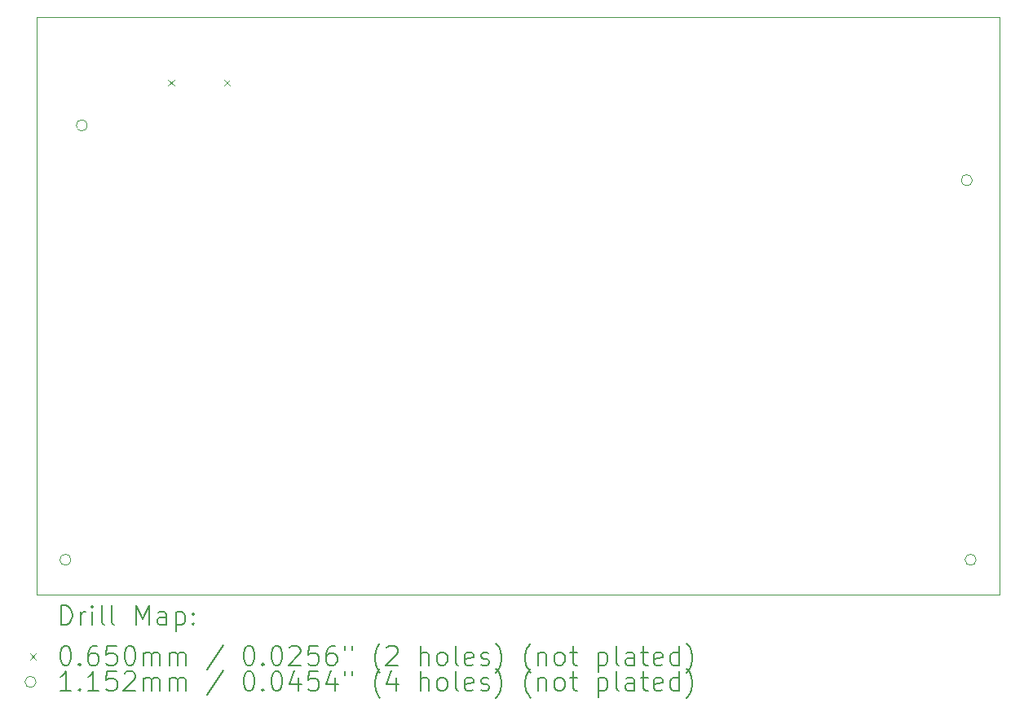
<source format=gbr>
%TF.GenerationSoftware,KiCad,Pcbnew,8.0.4-8.0.4-0~ubuntu22.04.1*%
%TF.CreationDate,2024-09-01T21:11:13+02:00*%
%TF.ProjectId,bldc_project,626c6463-5f70-4726-9f6a-6563742e6b69,rev?*%
%TF.SameCoordinates,Original*%
%TF.FileFunction,Drillmap*%
%TF.FilePolarity,Positive*%
%FSLAX45Y45*%
G04 Gerber Fmt 4.5, Leading zero omitted, Abs format (unit mm)*
G04 Created by KiCad (PCBNEW 8.0.4-8.0.4-0~ubuntu22.04.1) date 2024-09-01 21:11:13*
%MOMM*%
%LPD*%
G01*
G04 APERTURE LIST*
%ADD10C,0.100000*%
%ADD11C,0.200000*%
%ADD12C,0.115200*%
G04 APERTURE END LIST*
D10*
X4120000Y-8050000D02*
X14120000Y-8050000D01*
X14120000Y-14050000D01*
X4120000Y-14050000D01*
X4120000Y-8050000D01*
D11*
D10*
X5488500Y-8697500D02*
X5553500Y-8762500D01*
X5553500Y-8697500D02*
X5488500Y-8762500D01*
X6066500Y-8697500D02*
X6131500Y-8762500D01*
X6131500Y-8697500D02*
X6066500Y-8762500D01*
D12*
X4477600Y-13690000D02*
G75*
G02*
X4362400Y-13690000I-57600J0D01*
G01*
X4362400Y-13690000D02*
G75*
G02*
X4477600Y-13690000I57600J0D01*
G01*
X4647600Y-9175000D02*
G75*
G02*
X4532400Y-9175000I-57600J0D01*
G01*
X4532400Y-9175000D02*
G75*
G02*
X4647600Y-9175000I57600J0D01*
G01*
X13837600Y-9745000D02*
G75*
G02*
X13722400Y-9745000I-57600J0D01*
G01*
X13722400Y-9745000D02*
G75*
G02*
X13837600Y-9745000I57600J0D01*
G01*
X13877600Y-13690000D02*
G75*
G02*
X13762400Y-13690000I-57600J0D01*
G01*
X13762400Y-13690000D02*
G75*
G02*
X13877600Y-13690000I57600J0D01*
G01*
D11*
X4375777Y-14366484D02*
X4375777Y-14166484D01*
X4375777Y-14166484D02*
X4423396Y-14166484D01*
X4423396Y-14166484D02*
X4451967Y-14176008D01*
X4451967Y-14176008D02*
X4471015Y-14195055D01*
X4471015Y-14195055D02*
X4480539Y-14214103D01*
X4480539Y-14214103D02*
X4490063Y-14252198D01*
X4490063Y-14252198D02*
X4490063Y-14280769D01*
X4490063Y-14280769D02*
X4480539Y-14318865D01*
X4480539Y-14318865D02*
X4471015Y-14337912D01*
X4471015Y-14337912D02*
X4451967Y-14356960D01*
X4451967Y-14356960D02*
X4423396Y-14366484D01*
X4423396Y-14366484D02*
X4375777Y-14366484D01*
X4575777Y-14366484D02*
X4575777Y-14233150D01*
X4575777Y-14271246D02*
X4585301Y-14252198D01*
X4585301Y-14252198D02*
X4594824Y-14242674D01*
X4594824Y-14242674D02*
X4613872Y-14233150D01*
X4613872Y-14233150D02*
X4632920Y-14233150D01*
X4699586Y-14366484D02*
X4699586Y-14233150D01*
X4699586Y-14166484D02*
X4690063Y-14176008D01*
X4690063Y-14176008D02*
X4699586Y-14185531D01*
X4699586Y-14185531D02*
X4709110Y-14176008D01*
X4709110Y-14176008D02*
X4699586Y-14166484D01*
X4699586Y-14166484D02*
X4699586Y-14185531D01*
X4823396Y-14366484D02*
X4804348Y-14356960D01*
X4804348Y-14356960D02*
X4794824Y-14337912D01*
X4794824Y-14337912D02*
X4794824Y-14166484D01*
X4928158Y-14366484D02*
X4909110Y-14356960D01*
X4909110Y-14356960D02*
X4899586Y-14337912D01*
X4899586Y-14337912D02*
X4899586Y-14166484D01*
X5156729Y-14366484D02*
X5156729Y-14166484D01*
X5156729Y-14166484D02*
X5223396Y-14309341D01*
X5223396Y-14309341D02*
X5290063Y-14166484D01*
X5290063Y-14166484D02*
X5290063Y-14366484D01*
X5471015Y-14366484D02*
X5471015Y-14261722D01*
X5471015Y-14261722D02*
X5461491Y-14242674D01*
X5461491Y-14242674D02*
X5442444Y-14233150D01*
X5442444Y-14233150D02*
X5404348Y-14233150D01*
X5404348Y-14233150D02*
X5385301Y-14242674D01*
X5471015Y-14356960D02*
X5451967Y-14366484D01*
X5451967Y-14366484D02*
X5404348Y-14366484D01*
X5404348Y-14366484D02*
X5385301Y-14356960D01*
X5385301Y-14356960D02*
X5375777Y-14337912D01*
X5375777Y-14337912D02*
X5375777Y-14318865D01*
X5375777Y-14318865D02*
X5385301Y-14299817D01*
X5385301Y-14299817D02*
X5404348Y-14290293D01*
X5404348Y-14290293D02*
X5451967Y-14290293D01*
X5451967Y-14290293D02*
X5471015Y-14280769D01*
X5566253Y-14233150D02*
X5566253Y-14433150D01*
X5566253Y-14242674D02*
X5585301Y-14233150D01*
X5585301Y-14233150D02*
X5623396Y-14233150D01*
X5623396Y-14233150D02*
X5642443Y-14242674D01*
X5642443Y-14242674D02*
X5651967Y-14252198D01*
X5651967Y-14252198D02*
X5661491Y-14271246D01*
X5661491Y-14271246D02*
X5661491Y-14328388D01*
X5661491Y-14328388D02*
X5651967Y-14347436D01*
X5651967Y-14347436D02*
X5642443Y-14356960D01*
X5642443Y-14356960D02*
X5623396Y-14366484D01*
X5623396Y-14366484D02*
X5585301Y-14366484D01*
X5585301Y-14366484D02*
X5566253Y-14356960D01*
X5747205Y-14347436D02*
X5756729Y-14356960D01*
X5756729Y-14356960D02*
X5747205Y-14366484D01*
X5747205Y-14366484D02*
X5737682Y-14356960D01*
X5737682Y-14356960D02*
X5747205Y-14347436D01*
X5747205Y-14347436D02*
X5747205Y-14366484D01*
X5747205Y-14242674D02*
X5756729Y-14252198D01*
X5756729Y-14252198D02*
X5747205Y-14261722D01*
X5747205Y-14261722D02*
X5737682Y-14252198D01*
X5737682Y-14252198D02*
X5747205Y-14242674D01*
X5747205Y-14242674D02*
X5747205Y-14261722D01*
D10*
X4050000Y-14662500D02*
X4115000Y-14727500D01*
X4115000Y-14662500D02*
X4050000Y-14727500D01*
D11*
X4413872Y-14586484D02*
X4432920Y-14586484D01*
X4432920Y-14586484D02*
X4451967Y-14596008D01*
X4451967Y-14596008D02*
X4461491Y-14605531D01*
X4461491Y-14605531D02*
X4471015Y-14624579D01*
X4471015Y-14624579D02*
X4480539Y-14662674D01*
X4480539Y-14662674D02*
X4480539Y-14710293D01*
X4480539Y-14710293D02*
X4471015Y-14748388D01*
X4471015Y-14748388D02*
X4461491Y-14767436D01*
X4461491Y-14767436D02*
X4451967Y-14776960D01*
X4451967Y-14776960D02*
X4432920Y-14786484D01*
X4432920Y-14786484D02*
X4413872Y-14786484D01*
X4413872Y-14786484D02*
X4394824Y-14776960D01*
X4394824Y-14776960D02*
X4385301Y-14767436D01*
X4385301Y-14767436D02*
X4375777Y-14748388D01*
X4375777Y-14748388D02*
X4366253Y-14710293D01*
X4366253Y-14710293D02*
X4366253Y-14662674D01*
X4366253Y-14662674D02*
X4375777Y-14624579D01*
X4375777Y-14624579D02*
X4385301Y-14605531D01*
X4385301Y-14605531D02*
X4394824Y-14596008D01*
X4394824Y-14596008D02*
X4413872Y-14586484D01*
X4566253Y-14767436D02*
X4575777Y-14776960D01*
X4575777Y-14776960D02*
X4566253Y-14786484D01*
X4566253Y-14786484D02*
X4556729Y-14776960D01*
X4556729Y-14776960D02*
X4566253Y-14767436D01*
X4566253Y-14767436D02*
X4566253Y-14786484D01*
X4747205Y-14586484D02*
X4709110Y-14586484D01*
X4709110Y-14586484D02*
X4690063Y-14596008D01*
X4690063Y-14596008D02*
X4680539Y-14605531D01*
X4680539Y-14605531D02*
X4661491Y-14634103D01*
X4661491Y-14634103D02*
X4651967Y-14672198D01*
X4651967Y-14672198D02*
X4651967Y-14748388D01*
X4651967Y-14748388D02*
X4661491Y-14767436D01*
X4661491Y-14767436D02*
X4671015Y-14776960D01*
X4671015Y-14776960D02*
X4690063Y-14786484D01*
X4690063Y-14786484D02*
X4728158Y-14786484D01*
X4728158Y-14786484D02*
X4747205Y-14776960D01*
X4747205Y-14776960D02*
X4756729Y-14767436D01*
X4756729Y-14767436D02*
X4766253Y-14748388D01*
X4766253Y-14748388D02*
X4766253Y-14700769D01*
X4766253Y-14700769D02*
X4756729Y-14681722D01*
X4756729Y-14681722D02*
X4747205Y-14672198D01*
X4747205Y-14672198D02*
X4728158Y-14662674D01*
X4728158Y-14662674D02*
X4690063Y-14662674D01*
X4690063Y-14662674D02*
X4671015Y-14672198D01*
X4671015Y-14672198D02*
X4661491Y-14681722D01*
X4661491Y-14681722D02*
X4651967Y-14700769D01*
X4947205Y-14586484D02*
X4851967Y-14586484D01*
X4851967Y-14586484D02*
X4842444Y-14681722D01*
X4842444Y-14681722D02*
X4851967Y-14672198D01*
X4851967Y-14672198D02*
X4871015Y-14662674D01*
X4871015Y-14662674D02*
X4918634Y-14662674D01*
X4918634Y-14662674D02*
X4937682Y-14672198D01*
X4937682Y-14672198D02*
X4947205Y-14681722D01*
X4947205Y-14681722D02*
X4956729Y-14700769D01*
X4956729Y-14700769D02*
X4956729Y-14748388D01*
X4956729Y-14748388D02*
X4947205Y-14767436D01*
X4947205Y-14767436D02*
X4937682Y-14776960D01*
X4937682Y-14776960D02*
X4918634Y-14786484D01*
X4918634Y-14786484D02*
X4871015Y-14786484D01*
X4871015Y-14786484D02*
X4851967Y-14776960D01*
X4851967Y-14776960D02*
X4842444Y-14767436D01*
X5080539Y-14586484D02*
X5099586Y-14586484D01*
X5099586Y-14586484D02*
X5118634Y-14596008D01*
X5118634Y-14596008D02*
X5128158Y-14605531D01*
X5128158Y-14605531D02*
X5137682Y-14624579D01*
X5137682Y-14624579D02*
X5147205Y-14662674D01*
X5147205Y-14662674D02*
X5147205Y-14710293D01*
X5147205Y-14710293D02*
X5137682Y-14748388D01*
X5137682Y-14748388D02*
X5128158Y-14767436D01*
X5128158Y-14767436D02*
X5118634Y-14776960D01*
X5118634Y-14776960D02*
X5099586Y-14786484D01*
X5099586Y-14786484D02*
X5080539Y-14786484D01*
X5080539Y-14786484D02*
X5061491Y-14776960D01*
X5061491Y-14776960D02*
X5051967Y-14767436D01*
X5051967Y-14767436D02*
X5042444Y-14748388D01*
X5042444Y-14748388D02*
X5032920Y-14710293D01*
X5032920Y-14710293D02*
X5032920Y-14662674D01*
X5032920Y-14662674D02*
X5042444Y-14624579D01*
X5042444Y-14624579D02*
X5051967Y-14605531D01*
X5051967Y-14605531D02*
X5061491Y-14596008D01*
X5061491Y-14596008D02*
X5080539Y-14586484D01*
X5232920Y-14786484D02*
X5232920Y-14653150D01*
X5232920Y-14672198D02*
X5242444Y-14662674D01*
X5242444Y-14662674D02*
X5261491Y-14653150D01*
X5261491Y-14653150D02*
X5290063Y-14653150D01*
X5290063Y-14653150D02*
X5309110Y-14662674D01*
X5309110Y-14662674D02*
X5318634Y-14681722D01*
X5318634Y-14681722D02*
X5318634Y-14786484D01*
X5318634Y-14681722D02*
X5328158Y-14662674D01*
X5328158Y-14662674D02*
X5347205Y-14653150D01*
X5347205Y-14653150D02*
X5375777Y-14653150D01*
X5375777Y-14653150D02*
X5394825Y-14662674D01*
X5394825Y-14662674D02*
X5404348Y-14681722D01*
X5404348Y-14681722D02*
X5404348Y-14786484D01*
X5499586Y-14786484D02*
X5499586Y-14653150D01*
X5499586Y-14672198D02*
X5509110Y-14662674D01*
X5509110Y-14662674D02*
X5528158Y-14653150D01*
X5528158Y-14653150D02*
X5556729Y-14653150D01*
X5556729Y-14653150D02*
X5575777Y-14662674D01*
X5575777Y-14662674D02*
X5585301Y-14681722D01*
X5585301Y-14681722D02*
X5585301Y-14786484D01*
X5585301Y-14681722D02*
X5594824Y-14662674D01*
X5594824Y-14662674D02*
X5613872Y-14653150D01*
X5613872Y-14653150D02*
X5642443Y-14653150D01*
X5642443Y-14653150D02*
X5661491Y-14662674D01*
X5661491Y-14662674D02*
X5671015Y-14681722D01*
X5671015Y-14681722D02*
X5671015Y-14786484D01*
X6061491Y-14576960D02*
X5890063Y-14834103D01*
X6318634Y-14586484D02*
X6337682Y-14586484D01*
X6337682Y-14586484D02*
X6356729Y-14596008D01*
X6356729Y-14596008D02*
X6366253Y-14605531D01*
X6366253Y-14605531D02*
X6375777Y-14624579D01*
X6375777Y-14624579D02*
X6385301Y-14662674D01*
X6385301Y-14662674D02*
X6385301Y-14710293D01*
X6385301Y-14710293D02*
X6375777Y-14748388D01*
X6375777Y-14748388D02*
X6366253Y-14767436D01*
X6366253Y-14767436D02*
X6356729Y-14776960D01*
X6356729Y-14776960D02*
X6337682Y-14786484D01*
X6337682Y-14786484D02*
X6318634Y-14786484D01*
X6318634Y-14786484D02*
X6299586Y-14776960D01*
X6299586Y-14776960D02*
X6290063Y-14767436D01*
X6290063Y-14767436D02*
X6280539Y-14748388D01*
X6280539Y-14748388D02*
X6271015Y-14710293D01*
X6271015Y-14710293D02*
X6271015Y-14662674D01*
X6271015Y-14662674D02*
X6280539Y-14624579D01*
X6280539Y-14624579D02*
X6290063Y-14605531D01*
X6290063Y-14605531D02*
X6299586Y-14596008D01*
X6299586Y-14596008D02*
X6318634Y-14586484D01*
X6471015Y-14767436D02*
X6480539Y-14776960D01*
X6480539Y-14776960D02*
X6471015Y-14786484D01*
X6471015Y-14786484D02*
X6461491Y-14776960D01*
X6461491Y-14776960D02*
X6471015Y-14767436D01*
X6471015Y-14767436D02*
X6471015Y-14786484D01*
X6604348Y-14586484D02*
X6623396Y-14586484D01*
X6623396Y-14586484D02*
X6642444Y-14596008D01*
X6642444Y-14596008D02*
X6651967Y-14605531D01*
X6651967Y-14605531D02*
X6661491Y-14624579D01*
X6661491Y-14624579D02*
X6671015Y-14662674D01*
X6671015Y-14662674D02*
X6671015Y-14710293D01*
X6671015Y-14710293D02*
X6661491Y-14748388D01*
X6661491Y-14748388D02*
X6651967Y-14767436D01*
X6651967Y-14767436D02*
X6642444Y-14776960D01*
X6642444Y-14776960D02*
X6623396Y-14786484D01*
X6623396Y-14786484D02*
X6604348Y-14786484D01*
X6604348Y-14786484D02*
X6585301Y-14776960D01*
X6585301Y-14776960D02*
X6575777Y-14767436D01*
X6575777Y-14767436D02*
X6566253Y-14748388D01*
X6566253Y-14748388D02*
X6556729Y-14710293D01*
X6556729Y-14710293D02*
X6556729Y-14662674D01*
X6556729Y-14662674D02*
X6566253Y-14624579D01*
X6566253Y-14624579D02*
X6575777Y-14605531D01*
X6575777Y-14605531D02*
X6585301Y-14596008D01*
X6585301Y-14596008D02*
X6604348Y-14586484D01*
X6747206Y-14605531D02*
X6756729Y-14596008D01*
X6756729Y-14596008D02*
X6775777Y-14586484D01*
X6775777Y-14586484D02*
X6823396Y-14586484D01*
X6823396Y-14586484D02*
X6842444Y-14596008D01*
X6842444Y-14596008D02*
X6851967Y-14605531D01*
X6851967Y-14605531D02*
X6861491Y-14624579D01*
X6861491Y-14624579D02*
X6861491Y-14643627D01*
X6861491Y-14643627D02*
X6851967Y-14672198D01*
X6851967Y-14672198D02*
X6737682Y-14786484D01*
X6737682Y-14786484D02*
X6861491Y-14786484D01*
X7042444Y-14586484D02*
X6947206Y-14586484D01*
X6947206Y-14586484D02*
X6937682Y-14681722D01*
X6937682Y-14681722D02*
X6947206Y-14672198D01*
X6947206Y-14672198D02*
X6966253Y-14662674D01*
X6966253Y-14662674D02*
X7013872Y-14662674D01*
X7013872Y-14662674D02*
X7032920Y-14672198D01*
X7032920Y-14672198D02*
X7042444Y-14681722D01*
X7042444Y-14681722D02*
X7051967Y-14700769D01*
X7051967Y-14700769D02*
X7051967Y-14748388D01*
X7051967Y-14748388D02*
X7042444Y-14767436D01*
X7042444Y-14767436D02*
X7032920Y-14776960D01*
X7032920Y-14776960D02*
X7013872Y-14786484D01*
X7013872Y-14786484D02*
X6966253Y-14786484D01*
X6966253Y-14786484D02*
X6947206Y-14776960D01*
X6947206Y-14776960D02*
X6937682Y-14767436D01*
X7223396Y-14586484D02*
X7185301Y-14586484D01*
X7185301Y-14586484D02*
X7166253Y-14596008D01*
X7166253Y-14596008D02*
X7156729Y-14605531D01*
X7156729Y-14605531D02*
X7137682Y-14634103D01*
X7137682Y-14634103D02*
X7128158Y-14672198D01*
X7128158Y-14672198D02*
X7128158Y-14748388D01*
X7128158Y-14748388D02*
X7137682Y-14767436D01*
X7137682Y-14767436D02*
X7147206Y-14776960D01*
X7147206Y-14776960D02*
X7166253Y-14786484D01*
X7166253Y-14786484D02*
X7204348Y-14786484D01*
X7204348Y-14786484D02*
X7223396Y-14776960D01*
X7223396Y-14776960D02*
X7232920Y-14767436D01*
X7232920Y-14767436D02*
X7242444Y-14748388D01*
X7242444Y-14748388D02*
X7242444Y-14700769D01*
X7242444Y-14700769D02*
X7232920Y-14681722D01*
X7232920Y-14681722D02*
X7223396Y-14672198D01*
X7223396Y-14672198D02*
X7204348Y-14662674D01*
X7204348Y-14662674D02*
X7166253Y-14662674D01*
X7166253Y-14662674D02*
X7147206Y-14672198D01*
X7147206Y-14672198D02*
X7137682Y-14681722D01*
X7137682Y-14681722D02*
X7128158Y-14700769D01*
X7318634Y-14586484D02*
X7318634Y-14624579D01*
X7394825Y-14586484D02*
X7394825Y-14624579D01*
X7690063Y-14862674D02*
X7680539Y-14853150D01*
X7680539Y-14853150D02*
X7661491Y-14824579D01*
X7661491Y-14824579D02*
X7651968Y-14805531D01*
X7651968Y-14805531D02*
X7642444Y-14776960D01*
X7642444Y-14776960D02*
X7632920Y-14729341D01*
X7632920Y-14729341D02*
X7632920Y-14691246D01*
X7632920Y-14691246D02*
X7642444Y-14643627D01*
X7642444Y-14643627D02*
X7651968Y-14615055D01*
X7651968Y-14615055D02*
X7661491Y-14596008D01*
X7661491Y-14596008D02*
X7680539Y-14567436D01*
X7680539Y-14567436D02*
X7690063Y-14557912D01*
X7756729Y-14605531D02*
X7766253Y-14596008D01*
X7766253Y-14596008D02*
X7785301Y-14586484D01*
X7785301Y-14586484D02*
X7832920Y-14586484D01*
X7832920Y-14586484D02*
X7851968Y-14596008D01*
X7851968Y-14596008D02*
X7861491Y-14605531D01*
X7861491Y-14605531D02*
X7871015Y-14624579D01*
X7871015Y-14624579D02*
X7871015Y-14643627D01*
X7871015Y-14643627D02*
X7861491Y-14672198D01*
X7861491Y-14672198D02*
X7747206Y-14786484D01*
X7747206Y-14786484D02*
X7871015Y-14786484D01*
X8109110Y-14786484D02*
X8109110Y-14586484D01*
X8194825Y-14786484D02*
X8194825Y-14681722D01*
X8194825Y-14681722D02*
X8185301Y-14662674D01*
X8185301Y-14662674D02*
X8166253Y-14653150D01*
X8166253Y-14653150D02*
X8137682Y-14653150D01*
X8137682Y-14653150D02*
X8118634Y-14662674D01*
X8118634Y-14662674D02*
X8109110Y-14672198D01*
X8318634Y-14786484D02*
X8299587Y-14776960D01*
X8299587Y-14776960D02*
X8290063Y-14767436D01*
X8290063Y-14767436D02*
X8280539Y-14748388D01*
X8280539Y-14748388D02*
X8280539Y-14691246D01*
X8280539Y-14691246D02*
X8290063Y-14672198D01*
X8290063Y-14672198D02*
X8299587Y-14662674D01*
X8299587Y-14662674D02*
X8318634Y-14653150D01*
X8318634Y-14653150D02*
X8347206Y-14653150D01*
X8347206Y-14653150D02*
X8366253Y-14662674D01*
X8366253Y-14662674D02*
X8375777Y-14672198D01*
X8375777Y-14672198D02*
X8385301Y-14691246D01*
X8385301Y-14691246D02*
X8385301Y-14748388D01*
X8385301Y-14748388D02*
X8375777Y-14767436D01*
X8375777Y-14767436D02*
X8366253Y-14776960D01*
X8366253Y-14776960D02*
X8347206Y-14786484D01*
X8347206Y-14786484D02*
X8318634Y-14786484D01*
X8499587Y-14786484D02*
X8480539Y-14776960D01*
X8480539Y-14776960D02*
X8471015Y-14757912D01*
X8471015Y-14757912D02*
X8471015Y-14586484D01*
X8651968Y-14776960D02*
X8632920Y-14786484D01*
X8632920Y-14786484D02*
X8594825Y-14786484D01*
X8594825Y-14786484D02*
X8575777Y-14776960D01*
X8575777Y-14776960D02*
X8566253Y-14757912D01*
X8566253Y-14757912D02*
X8566253Y-14681722D01*
X8566253Y-14681722D02*
X8575777Y-14662674D01*
X8575777Y-14662674D02*
X8594825Y-14653150D01*
X8594825Y-14653150D02*
X8632920Y-14653150D01*
X8632920Y-14653150D02*
X8651968Y-14662674D01*
X8651968Y-14662674D02*
X8661492Y-14681722D01*
X8661492Y-14681722D02*
X8661492Y-14700769D01*
X8661492Y-14700769D02*
X8566253Y-14719817D01*
X8737682Y-14776960D02*
X8756730Y-14786484D01*
X8756730Y-14786484D02*
X8794825Y-14786484D01*
X8794825Y-14786484D02*
X8813873Y-14776960D01*
X8813873Y-14776960D02*
X8823396Y-14757912D01*
X8823396Y-14757912D02*
X8823396Y-14748388D01*
X8823396Y-14748388D02*
X8813873Y-14729341D01*
X8813873Y-14729341D02*
X8794825Y-14719817D01*
X8794825Y-14719817D02*
X8766253Y-14719817D01*
X8766253Y-14719817D02*
X8747206Y-14710293D01*
X8747206Y-14710293D02*
X8737682Y-14691246D01*
X8737682Y-14691246D02*
X8737682Y-14681722D01*
X8737682Y-14681722D02*
X8747206Y-14662674D01*
X8747206Y-14662674D02*
X8766253Y-14653150D01*
X8766253Y-14653150D02*
X8794825Y-14653150D01*
X8794825Y-14653150D02*
X8813873Y-14662674D01*
X8890063Y-14862674D02*
X8899587Y-14853150D01*
X8899587Y-14853150D02*
X8918634Y-14824579D01*
X8918634Y-14824579D02*
X8928158Y-14805531D01*
X8928158Y-14805531D02*
X8937682Y-14776960D01*
X8937682Y-14776960D02*
X8947206Y-14729341D01*
X8947206Y-14729341D02*
X8947206Y-14691246D01*
X8947206Y-14691246D02*
X8937682Y-14643627D01*
X8937682Y-14643627D02*
X8928158Y-14615055D01*
X8928158Y-14615055D02*
X8918634Y-14596008D01*
X8918634Y-14596008D02*
X8899587Y-14567436D01*
X8899587Y-14567436D02*
X8890063Y-14557912D01*
X9251968Y-14862674D02*
X9242444Y-14853150D01*
X9242444Y-14853150D02*
X9223396Y-14824579D01*
X9223396Y-14824579D02*
X9213873Y-14805531D01*
X9213873Y-14805531D02*
X9204349Y-14776960D01*
X9204349Y-14776960D02*
X9194825Y-14729341D01*
X9194825Y-14729341D02*
X9194825Y-14691246D01*
X9194825Y-14691246D02*
X9204349Y-14643627D01*
X9204349Y-14643627D02*
X9213873Y-14615055D01*
X9213873Y-14615055D02*
X9223396Y-14596008D01*
X9223396Y-14596008D02*
X9242444Y-14567436D01*
X9242444Y-14567436D02*
X9251968Y-14557912D01*
X9328158Y-14653150D02*
X9328158Y-14786484D01*
X9328158Y-14672198D02*
X9337682Y-14662674D01*
X9337682Y-14662674D02*
X9356730Y-14653150D01*
X9356730Y-14653150D02*
X9385301Y-14653150D01*
X9385301Y-14653150D02*
X9404349Y-14662674D01*
X9404349Y-14662674D02*
X9413873Y-14681722D01*
X9413873Y-14681722D02*
X9413873Y-14786484D01*
X9537682Y-14786484D02*
X9518634Y-14776960D01*
X9518634Y-14776960D02*
X9509111Y-14767436D01*
X9509111Y-14767436D02*
X9499587Y-14748388D01*
X9499587Y-14748388D02*
X9499587Y-14691246D01*
X9499587Y-14691246D02*
X9509111Y-14672198D01*
X9509111Y-14672198D02*
X9518634Y-14662674D01*
X9518634Y-14662674D02*
X9537682Y-14653150D01*
X9537682Y-14653150D02*
X9566254Y-14653150D01*
X9566254Y-14653150D02*
X9585301Y-14662674D01*
X9585301Y-14662674D02*
X9594825Y-14672198D01*
X9594825Y-14672198D02*
X9604349Y-14691246D01*
X9604349Y-14691246D02*
X9604349Y-14748388D01*
X9604349Y-14748388D02*
X9594825Y-14767436D01*
X9594825Y-14767436D02*
X9585301Y-14776960D01*
X9585301Y-14776960D02*
X9566254Y-14786484D01*
X9566254Y-14786484D02*
X9537682Y-14786484D01*
X9661492Y-14653150D02*
X9737682Y-14653150D01*
X9690063Y-14586484D02*
X9690063Y-14757912D01*
X9690063Y-14757912D02*
X9699587Y-14776960D01*
X9699587Y-14776960D02*
X9718634Y-14786484D01*
X9718634Y-14786484D02*
X9737682Y-14786484D01*
X9956730Y-14653150D02*
X9956730Y-14853150D01*
X9956730Y-14662674D02*
X9975777Y-14653150D01*
X9975777Y-14653150D02*
X10013873Y-14653150D01*
X10013873Y-14653150D02*
X10032920Y-14662674D01*
X10032920Y-14662674D02*
X10042444Y-14672198D01*
X10042444Y-14672198D02*
X10051968Y-14691246D01*
X10051968Y-14691246D02*
X10051968Y-14748388D01*
X10051968Y-14748388D02*
X10042444Y-14767436D01*
X10042444Y-14767436D02*
X10032920Y-14776960D01*
X10032920Y-14776960D02*
X10013873Y-14786484D01*
X10013873Y-14786484D02*
X9975777Y-14786484D01*
X9975777Y-14786484D02*
X9956730Y-14776960D01*
X10166254Y-14786484D02*
X10147206Y-14776960D01*
X10147206Y-14776960D02*
X10137682Y-14757912D01*
X10137682Y-14757912D02*
X10137682Y-14586484D01*
X10328158Y-14786484D02*
X10328158Y-14681722D01*
X10328158Y-14681722D02*
X10318635Y-14662674D01*
X10318635Y-14662674D02*
X10299587Y-14653150D01*
X10299587Y-14653150D02*
X10261492Y-14653150D01*
X10261492Y-14653150D02*
X10242444Y-14662674D01*
X10328158Y-14776960D02*
X10309111Y-14786484D01*
X10309111Y-14786484D02*
X10261492Y-14786484D01*
X10261492Y-14786484D02*
X10242444Y-14776960D01*
X10242444Y-14776960D02*
X10232920Y-14757912D01*
X10232920Y-14757912D02*
X10232920Y-14738865D01*
X10232920Y-14738865D02*
X10242444Y-14719817D01*
X10242444Y-14719817D02*
X10261492Y-14710293D01*
X10261492Y-14710293D02*
X10309111Y-14710293D01*
X10309111Y-14710293D02*
X10328158Y-14700769D01*
X10394825Y-14653150D02*
X10471015Y-14653150D01*
X10423396Y-14586484D02*
X10423396Y-14757912D01*
X10423396Y-14757912D02*
X10432920Y-14776960D01*
X10432920Y-14776960D02*
X10451968Y-14786484D01*
X10451968Y-14786484D02*
X10471015Y-14786484D01*
X10613873Y-14776960D02*
X10594825Y-14786484D01*
X10594825Y-14786484D02*
X10556730Y-14786484D01*
X10556730Y-14786484D02*
X10537682Y-14776960D01*
X10537682Y-14776960D02*
X10528158Y-14757912D01*
X10528158Y-14757912D02*
X10528158Y-14681722D01*
X10528158Y-14681722D02*
X10537682Y-14662674D01*
X10537682Y-14662674D02*
X10556730Y-14653150D01*
X10556730Y-14653150D02*
X10594825Y-14653150D01*
X10594825Y-14653150D02*
X10613873Y-14662674D01*
X10613873Y-14662674D02*
X10623396Y-14681722D01*
X10623396Y-14681722D02*
X10623396Y-14700769D01*
X10623396Y-14700769D02*
X10528158Y-14719817D01*
X10794825Y-14786484D02*
X10794825Y-14586484D01*
X10794825Y-14776960D02*
X10775777Y-14786484D01*
X10775777Y-14786484D02*
X10737682Y-14786484D01*
X10737682Y-14786484D02*
X10718635Y-14776960D01*
X10718635Y-14776960D02*
X10709111Y-14767436D01*
X10709111Y-14767436D02*
X10699587Y-14748388D01*
X10699587Y-14748388D02*
X10699587Y-14691246D01*
X10699587Y-14691246D02*
X10709111Y-14672198D01*
X10709111Y-14672198D02*
X10718635Y-14662674D01*
X10718635Y-14662674D02*
X10737682Y-14653150D01*
X10737682Y-14653150D02*
X10775777Y-14653150D01*
X10775777Y-14653150D02*
X10794825Y-14662674D01*
X10871016Y-14862674D02*
X10880539Y-14853150D01*
X10880539Y-14853150D02*
X10899587Y-14824579D01*
X10899587Y-14824579D02*
X10909111Y-14805531D01*
X10909111Y-14805531D02*
X10918635Y-14776960D01*
X10918635Y-14776960D02*
X10928158Y-14729341D01*
X10928158Y-14729341D02*
X10928158Y-14691246D01*
X10928158Y-14691246D02*
X10918635Y-14643627D01*
X10918635Y-14643627D02*
X10909111Y-14615055D01*
X10909111Y-14615055D02*
X10899587Y-14596008D01*
X10899587Y-14596008D02*
X10880539Y-14567436D01*
X10880539Y-14567436D02*
X10871016Y-14557912D01*
D12*
X4115000Y-14959000D02*
G75*
G02*
X3999800Y-14959000I-57600J0D01*
G01*
X3999800Y-14959000D02*
G75*
G02*
X4115000Y-14959000I57600J0D01*
G01*
D11*
X4480539Y-15050484D02*
X4366253Y-15050484D01*
X4423396Y-15050484D02*
X4423396Y-14850484D01*
X4423396Y-14850484D02*
X4404348Y-14879055D01*
X4404348Y-14879055D02*
X4385301Y-14898103D01*
X4385301Y-14898103D02*
X4366253Y-14907627D01*
X4566253Y-15031436D02*
X4575777Y-15040960D01*
X4575777Y-15040960D02*
X4566253Y-15050484D01*
X4566253Y-15050484D02*
X4556729Y-15040960D01*
X4556729Y-15040960D02*
X4566253Y-15031436D01*
X4566253Y-15031436D02*
X4566253Y-15050484D01*
X4766253Y-15050484D02*
X4651967Y-15050484D01*
X4709110Y-15050484D02*
X4709110Y-14850484D01*
X4709110Y-14850484D02*
X4690063Y-14879055D01*
X4690063Y-14879055D02*
X4671015Y-14898103D01*
X4671015Y-14898103D02*
X4651967Y-14907627D01*
X4947205Y-14850484D02*
X4851967Y-14850484D01*
X4851967Y-14850484D02*
X4842444Y-14945722D01*
X4842444Y-14945722D02*
X4851967Y-14936198D01*
X4851967Y-14936198D02*
X4871015Y-14926674D01*
X4871015Y-14926674D02*
X4918634Y-14926674D01*
X4918634Y-14926674D02*
X4937682Y-14936198D01*
X4937682Y-14936198D02*
X4947205Y-14945722D01*
X4947205Y-14945722D02*
X4956729Y-14964769D01*
X4956729Y-14964769D02*
X4956729Y-15012388D01*
X4956729Y-15012388D02*
X4947205Y-15031436D01*
X4947205Y-15031436D02*
X4937682Y-15040960D01*
X4937682Y-15040960D02*
X4918634Y-15050484D01*
X4918634Y-15050484D02*
X4871015Y-15050484D01*
X4871015Y-15050484D02*
X4851967Y-15040960D01*
X4851967Y-15040960D02*
X4842444Y-15031436D01*
X5032920Y-14869531D02*
X5042444Y-14860008D01*
X5042444Y-14860008D02*
X5061491Y-14850484D01*
X5061491Y-14850484D02*
X5109110Y-14850484D01*
X5109110Y-14850484D02*
X5128158Y-14860008D01*
X5128158Y-14860008D02*
X5137682Y-14869531D01*
X5137682Y-14869531D02*
X5147205Y-14888579D01*
X5147205Y-14888579D02*
X5147205Y-14907627D01*
X5147205Y-14907627D02*
X5137682Y-14936198D01*
X5137682Y-14936198D02*
X5023396Y-15050484D01*
X5023396Y-15050484D02*
X5147205Y-15050484D01*
X5232920Y-15050484D02*
X5232920Y-14917150D01*
X5232920Y-14936198D02*
X5242444Y-14926674D01*
X5242444Y-14926674D02*
X5261491Y-14917150D01*
X5261491Y-14917150D02*
X5290063Y-14917150D01*
X5290063Y-14917150D02*
X5309110Y-14926674D01*
X5309110Y-14926674D02*
X5318634Y-14945722D01*
X5318634Y-14945722D02*
X5318634Y-15050484D01*
X5318634Y-14945722D02*
X5328158Y-14926674D01*
X5328158Y-14926674D02*
X5347205Y-14917150D01*
X5347205Y-14917150D02*
X5375777Y-14917150D01*
X5375777Y-14917150D02*
X5394825Y-14926674D01*
X5394825Y-14926674D02*
X5404348Y-14945722D01*
X5404348Y-14945722D02*
X5404348Y-15050484D01*
X5499586Y-15050484D02*
X5499586Y-14917150D01*
X5499586Y-14936198D02*
X5509110Y-14926674D01*
X5509110Y-14926674D02*
X5528158Y-14917150D01*
X5528158Y-14917150D02*
X5556729Y-14917150D01*
X5556729Y-14917150D02*
X5575777Y-14926674D01*
X5575777Y-14926674D02*
X5585301Y-14945722D01*
X5585301Y-14945722D02*
X5585301Y-15050484D01*
X5585301Y-14945722D02*
X5594824Y-14926674D01*
X5594824Y-14926674D02*
X5613872Y-14917150D01*
X5613872Y-14917150D02*
X5642443Y-14917150D01*
X5642443Y-14917150D02*
X5661491Y-14926674D01*
X5661491Y-14926674D02*
X5671015Y-14945722D01*
X5671015Y-14945722D02*
X5671015Y-15050484D01*
X6061491Y-14840960D02*
X5890063Y-15098103D01*
X6318634Y-14850484D02*
X6337682Y-14850484D01*
X6337682Y-14850484D02*
X6356729Y-14860008D01*
X6356729Y-14860008D02*
X6366253Y-14869531D01*
X6366253Y-14869531D02*
X6375777Y-14888579D01*
X6375777Y-14888579D02*
X6385301Y-14926674D01*
X6385301Y-14926674D02*
X6385301Y-14974293D01*
X6385301Y-14974293D02*
X6375777Y-15012388D01*
X6375777Y-15012388D02*
X6366253Y-15031436D01*
X6366253Y-15031436D02*
X6356729Y-15040960D01*
X6356729Y-15040960D02*
X6337682Y-15050484D01*
X6337682Y-15050484D02*
X6318634Y-15050484D01*
X6318634Y-15050484D02*
X6299586Y-15040960D01*
X6299586Y-15040960D02*
X6290063Y-15031436D01*
X6290063Y-15031436D02*
X6280539Y-15012388D01*
X6280539Y-15012388D02*
X6271015Y-14974293D01*
X6271015Y-14974293D02*
X6271015Y-14926674D01*
X6271015Y-14926674D02*
X6280539Y-14888579D01*
X6280539Y-14888579D02*
X6290063Y-14869531D01*
X6290063Y-14869531D02*
X6299586Y-14860008D01*
X6299586Y-14860008D02*
X6318634Y-14850484D01*
X6471015Y-15031436D02*
X6480539Y-15040960D01*
X6480539Y-15040960D02*
X6471015Y-15050484D01*
X6471015Y-15050484D02*
X6461491Y-15040960D01*
X6461491Y-15040960D02*
X6471015Y-15031436D01*
X6471015Y-15031436D02*
X6471015Y-15050484D01*
X6604348Y-14850484D02*
X6623396Y-14850484D01*
X6623396Y-14850484D02*
X6642444Y-14860008D01*
X6642444Y-14860008D02*
X6651967Y-14869531D01*
X6651967Y-14869531D02*
X6661491Y-14888579D01*
X6661491Y-14888579D02*
X6671015Y-14926674D01*
X6671015Y-14926674D02*
X6671015Y-14974293D01*
X6671015Y-14974293D02*
X6661491Y-15012388D01*
X6661491Y-15012388D02*
X6651967Y-15031436D01*
X6651967Y-15031436D02*
X6642444Y-15040960D01*
X6642444Y-15040960D02*
X6623396Y-15050484D01*
X6623396Y-15050484D02*
X6604348Y-15050484D01*
X6604348Y-15050484D02*
X6585301Y-15040960D01*
X6585301Y-15040960D02*
X6575777Y-15031436D01*
X6575777Y-15031436D02*
X6566253Y-15012388D01*
X6566253Y-15012388D02*
X6556729Y-14974293D01*
X6556729Y-14974293D02*
X6556729Y-14926674D01*
X6556729Y-14926674D02*
X6566253Y-14888579D01*
X6566253Y-14888579D02*
X6575777Y-14869531D01*
X6575777Y-14869531D02*
X6585301Y-14860008D01*
X6585301Y-14860008D02*
X6604348Y-14850484D01*
X6842444Y-14917150D02*
X6842444Y-15050484D01*
X6794825Y-14840960D02*
X6747206Y-14983817D01*
X6747206Y-14983817D02*
X6871015Y-14983817D01*
X7042444Y-14850484D02*
X6947206Y-14850484D01*
X6947206Y-14850484D02*
X6937682Y-14945722D01*
X6937682Y-14945722D02*
X6947206Y-14936198D01*
X6947206Y-14936198D02*
X6966253Y-14926674D01*
X6966253Y-14926674D02*
X7013872Y-14926674D01*
X7013872Y-14926674D02*
X7032920Y-14936198D01*
X7032920Y-14936198D02*
X7042444Y-14945722D01*
X7042444Y-14945722D02*
X7051967Y-14964769D01*
X7051967Y-14964769D02*
X7051967Y-15012388D01*
X7051967Y-15012388D02*
X7042444Y-15031436D01*
X7042444Y-15031436D02*
X7032920Y-15040960D01*
X7032920Y-15040960D02*
X7013872Y-15050484D01*
X7013872Y-15050484D02*
X6966253Y-15050484D01*
X6966253Y-15050484D02*
X6947206Y-15040960D01*
X6947206Y-15040960D02*
X6937682Y-15031436D01*
X7223396Y-14917150D02*
X7223396Y-15050484D01*
X7175777Y-14840960D02*
X7128158Y-14983817D01*
X7128158Y-14983817D02*
X7251967Y-14983817D01*
X7318634Y-14850484D02*
X7318634Y-14888579D01*
X7394825Y-14850484D02*
X7394825Y-14888579D01*
X7690063Y-15126674D02*
X7680539Y-15117150D01*
X7680539Y-15117150D02*
X7661491Y-15088579D01*
X7661491Y-15088579D02*
X7651968Y-15069531D01*
X7651968Y-15069531D02*
X7642444Y-15040960D01*
X7642444Y-15040960D02*
X7632920Y-14993341D01*
X7632920Y-14993341D02*
X7632920Y-14955246D01*
X7632920Y-14955246D02*
X7642444Y-14907627D01*
X7642444Y-14907627D02*
X7651968Y-14879055D01*
X7651968Y-14879055D02*
X7661491Y-14860008D01*
X7661491Y-14860008D02*
X7680539Y-14831436D01*
X7680539Y-14831436D02*
X7690063Y-14821912D01*
X7851968Y-14917150D02*
X7851968Y-15050484D01*
X7804348Y-14840960D02*
X7756729Y-14983817D01*
X7756729Y-14983817D02*
X7880539Y-14983817D01*
X8109110Y-15050484D02*
X8109110Y-14850484D01*
X8194825Y-15050484D02*
X8194825Y-14945722D01*
X8194825Y-14945722D02*
X8185301Y-14926674D01*
X8185301Y-14926674D02*
X8166253Y-14917150D01*
X8166253Y-14917150D02*
X8137682Y-14917150D01*
X8137682Y-14917150D02*
X8118634Y-14926674D01*
X8118634Y-14926674D02*
X8109110Y-14936198D01*
X8318634Y-15050484D02*
X8299587Y-15040960D01*
X8299587Y-15040960D02*
X8290063Y-15031436D01*
X8290063Y-15031436D02*
X8280539Y-15012388D01*
X8280539Y-15012388D02*
X8280539Y-14955246D01*
X8280539Y-14955246D02*
X8290063Y-14936198D01*
X8290063Y-14936198D02*
X8299587Y-14926674D01*
X8299587Y-14926674D02*
X8318634Y-14917150D01*
X8318634Y-14917150D02*
X8347206Y-14917150D01*
X8347206Y-14917150D02*
X8366253Y-14926674D01*
X8366253Y-14926674D02*
X8375777Y-14936198D01*
X8375777Y-14936198D02*
X8385301Y-14955246D01*
X8385301Y-14955246D02*
X8385301Y-15012388D01*
X8385301Y-15012388D02*
X8375777Y-15031436D01*
X8375777Y-15031436D02*
X8366253Y-15040960D01*
X8366253Y-15040960D02*
X8347206Y-15050484D01*
X8347206Y-15050484D02*
X8318634Y-15050484D01*
X8499587Y-15050484D02*
X8480539Y-15040960D01*
X8480539Y-15040960D02*
X8471015Y-15021912D01*
X8471015Y-15021912D02*
X8471015Y-14850484D01*
X8651968Y-15040960D02*
X8632920Y-15050484D01*
X8632920Y-15050484D02*
X8594825Y-15050484D01*
X8594825Y-15050484D02*
X8575777Y-15040960D01*
X8575777Y-15040960D02*
X8566253Y-15021912D01*
X8566253Y-15021912D02*
X8566253Y-14945722D01*
X8566253Y-14945722D02*
X8575777Y-14926674D01*
X8575777Y-14926674D02*
X8594825Y-14917150D01*
X8594825Y-14917150D02*
X8632920Y-14917150D01*
X8632920Y-14917150D02*
X8651968Y-14926674D01*
X8651968Y-14926674D02*
X8661492Y-14945722D01*
X8661492Y-14945722D02*
X8661492Y-14964769D01*
X8661492Y-14964769D02*
X8566253Y-14983817D01*
X8737682Y-15040960D02*
X8756730Y-15050484D01*
X8756730Y-15050484D02*
X8794825Y-15050484D01*
X8794825Y-15050484D02*
X8813873Y-15040960D01*
X8813873Y-15040960D02*
X8823396Y-15021912D01*
X8823396Y-15021912D02*
X8823396Y-15012388D01*
X8823396Y-15012388D02*
X8813873Y-14993341D01*
X8813873Y-14993341D02*
X8794825Y-14983817D01*
X8794825Y-14983817D02*
X8766253Y-14983817D01*
X8766253Y-14983817D02*
X8747206Y-14974293D01*
X8747206Y-14974293D02*
X8737682Y-14955246D01*
X8737682Y-14955246D02*
X8737682Y-14945722D01*
X8737682Y-14945722D02*
X8747206Y-14926674D01*
X8747206Y-14926674D02*
X8766253Y-14917150D01*
X8766253Y-14917150D02*
X8794825Y-14917150D01*
X8794825Y-14917150D02*
X8813873Y-14926674D01*
X8890063Y-15126674D02*
X8899587Y-15117150D01*
X8899587Y-15117150D02*
X8918634Y-15088579D01*
X8918634Y-15088579D02*
X8928158Y-15069531D01*
X8928158Y-15069531D02*
X8937682Y-15040960D01*
X8937682Y-15040960D02*
X8947206Y-14993341D01*
X8947206Y-14993341D02*
X8947206Y-14955246D01*
X8947206Y-14955246D02*
X8937682Y-14907627D01*
X8937682Y-14907627D02*
X8928158Y-14879055D01*
X8928158Y-14879055D02*
X8918634Y-14860008D01*
X8918634Y-14860008D02*
X8899587Y-14831436D01*
X8899587Y-14831436D02*
X8890063Y-14821912D01*
X9251968Y-15126674D02*
X9242444Y-15117150D01*
X9242444Y-15117150D02*
X9223396Y-15088579D01*
X9223396Y-15088579D02*
X9213873Y-15069531D01*
X9213873Y-15069531D02*
X9204349Y-15040960D01*
X9204349Y-15040960D02*
X9194825Y-14993341D01*
X9194825Y-14993341D02*
X9194825Y-14955246D01*
X9194825Y-14955246D02*
X9204349Y-14907627D01*
X9204349Y-14907627D02*
X9213873Y-14879055D01*
X9213873Y-14879055D02*
X9223396Y-14860008D01*
X9223396Y-14860008D02*
X9242444Y-14831436D01*
X9242444Y-14831436D02*
X9251968Y-14821912D01*
X9328158Y-14917150D02*
X9328158Y-15050484D01*
X9328158Y-14936198D02*
X9337682Y-14926674D01*
X9337682Y-14926674D02*
X9356730Y-14917150D01*
X9356730Y-14917150D02*
X9385301Y-14917150D01*
X9385301Y-14917150D02*
X9404349Y-14926674D01*
X9404349Y-14926674D02*
X9413873Y-14945722D01*
X9413873Y-14945722D02*
X9413873Y-15050484D01*
X9537682Y-15050484D02*
X9518634Y-15040960D01*
X9518634Y-15040960D02*
X9509111Y-15031436D01*
X9509111Y-15031436D02*
X9499587Y-15012388D01*
X9499587Y-15012388D02*
X9499587Y-14955246D01*
X9499587Y-14955246D02*
X9509111Y-14936198D01*
X9509111Y-14936198D02*
X9518634Y-14926674D01*
X9518634Y-14926674D02*
X9537682Y-14917150D01*
X9537682Y-14917150D02*
X9566254Y-14917150D01*
X9566254Y-14917150D02*
X9585301Y-14926674D01*
X9585301Y-14926674D02*
X9594825Y-14936198D01*
X9594825Y-14936198D02*
X9604349Y-14955246D01*
X9604349Y-14955246D02*
X9604349Y-15012388D01*
X9604349Y-15012388D02*
X9594825Y-15031436D01*
X9594825Y-15031436D02*
X9585301Y-15040960D01*
X9585301Y-15040960D02*
X9566254Y-15050484D01*
X9566254Y-15050484D02*
X9537682Y-15050484D01*
X9661492Y-14917150D02*
X9737682Y-14917150D01*
X9690063Y-14850484D02*
X9690063Y-15021912D01*
X9690063Y-15021912D02*
X9699587Y-15040960D01*
X9699587Y-15040960D02*
X9718634Y-15050484D01*
X9718634Y-15050484D02*
X9737682Y-15050484D01*
X9956730Y-14917150D02*
X9956730Y-15117150D01*
X9956730Y-14926674D02*
X9975777Y-14917150D01*
X9975777Y-14917150D02*
X10013873Y-14917150D01*
X10013873Y-14917150D02*
X10032920Y-14926674D01*
X10032920Y-14926674D02*
X10042444Y-14936198D01*
X10042444Y-14936198D02*
X10051968Y-14955246D01*
X10051968Y-14955246D02*
X10051968Y-15012388D01*
X10051968Y-15012388D02*
X10042444Y-15031436D01*
X10042444Y-15031436D02*
X10032920Y-15040960D01*
X10032920Y-15040960D02*
X10013873Y-15050484D01*
X10013873Y-15050484D02*
X9975777Y-15050484D01*
X9975777Y-15050484D02*
X9956730Y-15040960D01*
X10166254Y-15050484D02*
X10147206Y-15040960D01*
X10147206Y-15040960D02*
X10137682Y-15021912D01*
X10137682Y-15021912D02*
X10137682Y-14850484D01*
X10328158Y-15050484D02*
X10328158Y-14945722D01*
X10328158Y-14945722D02*
X10318635Y-14926674D01*
X10318635Y-14926674D02*
X10299587Y-14917150D01*
X10299587Y-14917150D02*
X10261492Y-14917150D01*
X10261492Y-14917150D02*
X10242444Y-14926674D01*
X10328158Y-15040960D02*
X10309111Y-15050484D01*
X10309111Y-15050484D02*
X10261492Y-15050484D01*
X10261492Y-15050484D02*
X10242444Y-15040960D01*
X10242444Y-15040960D02*
X10232920Y-15021912D01*
X10232920Y-15021912D02*
X10232920Y-15002865D01*
X10232920Y-15002865D02*
X10242444Y-14983817D01*
X10242444Y-14983817D02*
X10261492Y-14974293D01*
X10261492Y-14974293D02*
X10309111Y-14974293D01*
X10309111Y-14974293D02*
X10328158Y-14964769D01*
X10394825Y-14917150D02*
X10471015Y-14917150D01*
X10423396Y-14850484D02*
X10423396Y-15021912D01*
X10423396Y-15021912D02*
X10432920Y-15040960D01*
X10432920Y-15040960D02*
X10451968Y-15050484D01*
X10451968Y-15050484D02*
X10471015Y-15050484D01*
X10613873Y-15040960D02*
X10594825Y-15050484D01*
X10594825Y-15050484D02*
X10556730Y-15050484D01*
X10556730Y-15050484D02*
X10537682Y-15040960D01*
X10537682Y-15040960D02*
X10528158Y-15021912D01*
X10528158Y-15021912D02*
X10528158Y-14945722D01*
X10528158Y-14945722D02*
X10537682Y-14926674D01*
X10537682Y-14926674D02*
X10556730Y-14917150D01*
X10556730Y-14917150D02*
X10594825Y-14917150D01*
X10594825Y-14917150D02*
X10613873Y-14926674D01*
X10613873Y-14926674D02*
X10623396Y-14945722D01*
X10623396Y-14945722D02*
X10623396Y-14964769D01*
X10623396Y-14964769D02*
X10528158Y-14983817D01*
X10794825Y-15050484D02*
X10794825Y-14850484D01*
X10794825Y-15040960D02*
X10775777Y-15050484D01*
X10775777Y-15050484D02*
X10737682Y-15050484D01*
X10737682Y-15050484D02*
X10718635Y-15040960D01*
X10718635Y-15040960D02*
X10709111Y-15031436D01*
X10709111Y-15031436D02*
X10699587Y-15012388D01*
X10699587Y-15012388D02*
X10699587Y-14955246D01*
X10699587Y-14955246D02*
X10709111Y-14936198D01*
X10709111Y-14936198D02*
X10718635Y-14926674D01*
X10718635Y-14926674D02*
X10737682Y-14917150D01*
X10737682Y-14917150D02*
X10775777Y-14917150D01*
X10775777Y-14917150D02*
X10794825Y-14926674D01*
X10871016Y-15126674D02*
X10880539Y-15117150D01*
X10880539Y-15117150D02*
X10899587Y-15088579D01*
X10899587Y-15088579D02*
X10909111Y-15069531D01*
X10909111Y-15069531D02*
X10918635Y-15040960D01*
X10918635Y-15040960D02*
X10928158Y-14993341D01*
X10928158Y-14993341D02*
X10928158Y-14955246D01*
X10928158Y-14955246D02*
X10918635Y-14907627D01*
X10918635Y-14907627D02*
X10909111Y-14879055D01*
X10909111Y-14879055D02*
X10899587Y-14860008D01*
X10899587Y-14860008D02*
X10880539Y-14831436D01*
X10880539Y-14831436D02*
X10871016Y-14821912D01*
M02*

</source>
